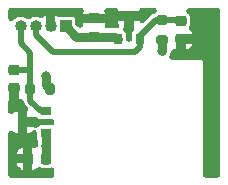
<source format=gbr>
%TF.GenerationSoftware,KiCad,Pcbnew,(6.0.6)*%
%TF.CreationDate,2022-06-25T15:25:50+03:00*%
%TF.ProjectId,EnkooderL,456e6b6f-6f64-4657-924c-2e6b69636164,rev?*%
%TF.SameCoordinates,Original*%
%TF.FileFunction,Copper,L1,Top*%
%TF.FilePolarity,Positive*%
%FSLAX46Y46*%
G04 Gerber Fmt 4.6, Leading zero omitted, Abs format (unit mm)*
G04 Created by KiCad (PCBNEW (6.0.6)) date 2022-06-25 15:25:50*
%MOMM*%
%LPD*%
G01*
G04 APERTURE LIST*
G04 Aperture macros list*
%AMRoundRect*
0 Rectangle with rounded corners*
0 $1 Rounding radius*
0 $2 $3 $4 $5 $6 $7 $8 $9 X,Y pos of 4 corners*
0 Add a 4 corners polygon primitive as box body*
4,1,4,$2,$3,$4,$5,$6,$7,$8,$9,$2,$3,0*
0 Add four circle primitives for the rounded corners*
1,1,$1+$1,$2,$3*
1,1,$1+$1,$4,$5*
1,1,$1+$1,$6,$7*
1,1,$1+$1,$8,$9*
0 Add four rect primitives between the rounded corners*
20,1,$1+$1,$2,$3,$4,$5,0*
20,1,$1+$1,$4,$5,$6,$7,0*
20,1,$1+$1,$6,$7,$8,$9,0*
20,1,$1+$1,$8,$9,$2,$3,0*%
G04 Aperture macros list end*
%TA.AperFunction,SMDPad,CuDef*%
%ADD10RoundRect,0.225000X0.250000X-0.225000X0.250000X0.225000X-0.250000X0.225000X-0.250000X-0.225000X0*%
%TD*%
%TA.AperFunction,SMDPad,CuDef*%
%ADD11RoundRect,0.200000X0.275000X-0.200000X0.275000X0.200000X-0.275000X0.200000X-0.275000X-0.200000X0*%
%TD*%
%TA.AperFunction,SMDPad,CuDef*%
%ADD12R,0.900000X0.800000*%
%TD*%
%TA.AperFunction,SMDPad,CuDef*%
%ADD13RoundRect,0.200000X0.200000X0.275000X-0.200000X0.275000X-0.200000X-0.275000X0.200000X-0.275000X0*%
%TD*%
%TA.AperFunction,SMDPad,CuDef*%
%ADD14RoundRect,0.225000X0.225000X0.250000X-0.225000X0.250000X-0.225000X-0.250000X0.225000X-0.250000X0*%
%TD*%
%TA.AperFunction,SMDPad,CuDef*%
%ADD15R,0.800000X0.900000*%
%TD*%
%TA.AperFunction,SMDPad,CuDef*%
%ADD16RoundRect,0.225000X-0.250000X0.225000X-0.250000X-0.225000X0.250000X-0.225000X0.250000X0.225000X0*%
%TD*%
%TA.AperFunction,ComponentPad*%
%ADD17R,1.000000X1.000000*%
%TD*%
%TA.AperFunction,ComponentPad*%
%ADD18O,1.000000X1.000000*%
%TD*%
%TA.AperFunction,ViaPad*%
%ADD19C,0.800000*%
%TD*%
%TA.AperFunction,Conductor*%
%ADD20C,0.800000*%
%TD*%
%TA.AperFunction,Conductor*%
%ADD21C,0.500000*%
%TD*%
G04 APERTURE END LIST*
D10*
X147040000Y-82765000D03*
X147040000Y-81215000D03*
D11*
X152810000Y-83005000D03*
X152810000Y-81355000D03*
D12*
X143000000Y-90950000D03*
X143000000Y-89050000D03*
X141000000Y-90000000D03*
D13*
X143315000Y-87180000D03*
X141665000Y-87180000D03*
D14*
X142985000Y-93100000D03*
X141435000Y-93100000D03*
D15*
X149050000Y-83000000D03*
X150950000Y-83000000D03*
X150000000Y-81000000D03*
D16*
X140260000Y-85565000D03*
X140260000Y-87115000D03*
X154410000Y-81405000D03*
X154410000Y-82955000D03*
D17*
X144650000Y-81870000D03*
D18*
X143380000Y-81870000D03*
X142110000Y-81870000D03*
X140840000Y-81870000D03*
D19*
X157000000Y-91500000D03*
X157000000Y-88900000D03*
X157000000Y-86300000D03*
X157000000Y-83700000D03*
X157000000Y-81100000D03*
X140500000Y-91740000D03*
X140500000Y-94100000D03*
X140370000Y-88510000D03*
X157000000Y-94100000D03*
X152830000Y-84010000D03*
X149050000Y-83000000D03*
X143000000Y-86090000D03*
X142980000Y-91990000D03*
D20*
X142980000Y-93095000D02*
X142985000Y-93100000D01*
X144650000Y-81870000D02*
X145545000Y-82765000D01*
X152810000Y-83990000D02*
X152830000Y-84010000D01*
X143315000Y-87180000D02*
X143000000Y-86865000D01*
X147040000Y-82765000D02*
X148815000Y-82765000D01*
X143000000Y-86865000D02*
X143000000Y-86090000D01*
X142980000Y-91990000D02*
X142980000Y-93095000D01*
X142980000Y-90970000D02*
X143000000Y-90950000D01*
X148815000Y-82765000D02*
X149050000Y-83000000D01*
X145545000Y-82765000D02*
X147040000Y-82765000D01*
X152810000Y-83005000D02*
X152810000Y-83990000D01*
X142980000Y-91990000D02*
X142980000Y-90970000D01*
D21*
X150950000Y-83660000D02*
X150520000Y-84090000D01*
X152275000Y-81355000D02*
X152810000Y-81355000D01*
X150950000Y-83000000D02*
X150950000Y-82680000D01*
X150520000Y-84090000D02*
X143550000Y-84090000D01*
X150950000Y-83000000D02*
X150950000Y-83660000D01*
X152810000Y-81355000D02*
X154360000Y-81355000D01*
X154360000Y-81355000D02*
X154410000Y-81405000D01*
X150950000Y-82680000D02*
X152275000Y-81355000D01*
X143550000Y-84090000D02*
X142110000Y-82650000D01*
X142110000Y-82650000D02*
X142110000Y-81870000D01*
X141665000Y-84145000D02*
X140840000Y-83320000D01*
X140280000Y-85545000D02*
X140260000Y-85565000D01*
X141665000Y-87180000D02*
X141665000Y-85545000D01*
X141665000Y-85545000D02*
X141665000Y-84145000D01*
X143000000Y-89050000D02*
X142530000Y-89050000D01*
X141665000Y-85545000D02*
X140280000Y-85545000D01*
X141665000Y-88185000D02*
X141665000Y-87180000D01*
X140840000Y-83320000D02*
X140840000Y-81870000D01*
X142530000Y-89050000D02*
X141665000Y-88185000D01*
%TA.AperFunction,Conductor*%
G36*
X157545788Y-80319454D02*
G01*
X157626570Y-80373430D01*
X157680546Y-80454212D01*
X157699500Y-80549500D01*
X157699500Y-94450500D01*
X157680546Y-94545788D01*
X157626570Y-94626570D01*
X157545788Y-94680546D01*
X157450500Y-94699500D01*
X156549500Y-94699500D01*
X156454212Y-94680546D01*
X156373430Y-94626570D01*
X156319454Y-94545788D01*
X156300500Y-94450500D01*
X156300500Y-85042768D01*
X156304246Y-85029832D01*
X156301429Y-84997305D01*
X156301126Y-84990303D01*
X156300500Y-84983523D01*
X156300500Y-84972052D01*
X156298399Y-84960774D01*
X156297345Y-84949354D01*
X156297378Y-84949351D01*
X156297099Y-84947298D01*
X156296572Y-84941210D01*
X156296570Y-84941203D01*
X156294587Y-84918304D01*
X156287969Y-84904764D01*
X156285209Y-84889947D01*
X156269935Y-84865169D01*
X156258200Y-84843866D01*
X156255519Y-84838381D01*
X156245425Y-84817731D01*
X156234377Y-84807482D01*
X156226468Y-84794652D01*
X156208172Y-84780739D01*
X156208168Y-84780735D01*
X156203312Y-84777043D01*
X156184690Y-84761390D01*
X156180209Y-84757233D01*
X156180205Y-84757231D01*
X156163354Y-84741599D01*
X156149355Y-84736014D01*
X156137359Y-84726892D01*
X156115275Y-84720497D01*
X156109416Y-84718800D01*
X156086409Y-84710901D01*
X156075702Y-84706630D01*
X156075703Y-84706630D01*
X156059378Y-84700117D01*
X156053085Y-84699500D01*
X156042768Y-84699500D01*
X156029832Y-84695754D01*
X155997306Y-84698571D01*
X155975821Y-84699500D01*
X153675172Y-84699500D01*
X153579884Y-84680546D01*
X153499102Y-84626570D01*
X153445126Y-84545788D01*
X153426172Y-84450500D01*
X153445126Y-84355212D01*
X153446230Y-84352912D01*
X153448361Y-84349947D01*
X153451999Y-84340898D01*
X153456968Y-84330549D01*
X153459217Y-84326458D01*
X153463757Y-84316540D01*
X153471597Y-84303746D01*
X153486778Y-84256177D01*
X153492960Y-84239004D01*
X153493844Y-84236806D01*
X153511601Y-84192634D01*
X153513716Y-84177771D01*
X153516533Y-84167259D01*
X153518580Y-84156530D01*
X153523145Y-84142225D01*
X153526543Y-84092389D01*
X153528450Y-84074245D01*
X153530761Y-84058011D01*
X153532640Y-84044802D01*
X153564830Y-83953136D01*
X153629650Y-83880766D01*
X153717230Y-83838709D01*
X153814239Y-83833370D01*
X153857546Y-83843547D01*
X153986722Y-83886393D01*
X154007420Y-83888971D01*
X154007678Y-83888517D01*
X154010000Y-83874138D01*
X154010000Y-83869740D01*
X154810000Y-83869740D01*
X154814069Y-83890198D01*
X154814474Y-83890278D01*
X154829054Y-83887910D01*
X154955912Y-83845586D01*
X154981942Y-83833393D01*
X155101100Y-83759656D01*
X155123616Y-83741810D01*
X155222617Y-83642637D01*
X155240429Y-83620083D01*
X155313957Y-83500798D01*
X155326100Y-83474758D01*
X155358101Y-83378277D01*
X155360679Y-83357581D01*
X155360225Y-83357323D01*
X155345840Y-83355000D01*
X154834527Y-83355000D01*
X154814069Y-83359069D01*
X154810000Y-83379527D01*
X154810000Y-83869740D01*
X154010000Y-83869740D01*
X154010000Y-82804000D01*
X154028954Y-82708712D01*
X154082930Y-82627930D01*
X154163712Y-82573954D01*
X154259000Y-82555000D01*
X155341399Y-82555000D01*
X155361857Y-82550931D01*
X155361937Y-82550527D01*
X155359568Y-82535944D01*
X155325585Y-82434084D01*
X155313396Y-82408063D01*
X155239656Y-82288900D01*
X155221810Y-82266384D01*
X155154611Y-82199301D01*
X155100565Y-82118566D01*
X155081528Y-82023295D01*
X155100400Y-81927990D01*
X155112525Y-81903047D01*
X155122128Y-81890395D01*
X155175129Y-81756528D01*
X155185500Y-81670829D01*
X155185499Y-81139172D01*
X155177116Y-81069889D01*
X155177050Y-81069347D01*
X155177050Y-81069346D01*
X155175129Y-81053472D01*
X155151487Y-80993759D01*
X155128377Y-80935387D01*
X155128375Y-80935384D01*
X155122128Y-80919605D01*
X155073721Y-80855832D01*
X155045345Y-80818448D01*
X155035078Y-80804922D01*
X154959865Y-80747832D01*
X154895429Y-80675127D01*
X154863719Y-80583293D01*
X154869565Y-80486314D01*
X154912079Y-80398954D01*
X154984788Y-80334514D01*
X155076622Y-80302804D01*
X155110415Y-80300500D01*
X157450500Y-80300500D01*
X157545788Y-80319454D01*
G37*
%TD.AperFunction*%
%TA.AperFunction,Conductor*%
G36*
X140506288Y-86733954D02*
G01*
X140587070Y-86787930D01*
X140641046Y-86868712D01*
X140660000Y-86964000D01*
X140660000Y-88029740D01*
X140664069Y-88050198D01*
X140664474Y-88050278D01*
X140679054Y-88047910D01*
X140786235Y-88012151D01*
X140882624Y-87999974D01*
X140976335Y-88025610D01*
X141053103Y-88085156D01*
X141101240Y-88169548D01*
X141112412Y-88222447D01*
X141111790Y-88237294D01*
X141115666Y-88253819D01*
X141120402Y-88274009D01*
X141124677Y-88297078D01*
X141129794Y-88334432D01*
X141136537Y-88350013D01*
X141139031Y-88358947D01*
X141142356Y-88367608D01*
X141146232Y-88384136D01*
X141154409Y-88399009D01*
X141154410Y-88399013D01*
X141164403Y-88417190D01*
X141174721Y-88438253D01*
X141189695Y-88472855D01*
X141200380Y-88486050D01*
X141206172Y-88495615D01*
X141212605Y-88504871D01*
X141218893Y-88516308D01*
X141225897Y-88524422D01*
X141245884Y-88544409D01*
X141263323Y-88563778D01*
X141284614Y-88590070D01*
X141298454Y-88599906D01*
X141308359Y-88609207D01*
X141323352Y-88621877D01*
X141429574Y-88728099D01*
X141483550Y-88808881D01*
X141502504Y-88904169D01*
X141483550Y-88999457D01*
X141429574Y-89080239D01*
X141406070Y-89099528D01*
X141404508Y-89101866D01*
X141400000Y-89124527D01*
X141400000Y-89575473D01*
X141404069Y-89595931D01*
X141424527Y-89600000D01*
X141925473Y-89600000D01*
X141948136Y-89595492D01*
X141974068Y-89578165D01*
X142063828Y-89540986D01*
X142160983Y-89540987D01*
X142250742Y-89578167D01*
X142297197Y-89624018D01*
X142298061Y-89623153D01*
X142377287Y-89702241D01*
X142479673Y-89747506D01*
X142505354Y-89750500D01*
X142930372Y-89750500D01*
X142970009Y-89758384D01*
X143018156Y-89750500D01*
X143450500Y-89750500D01*
X143545788Y-89769454D01*
X143626570Y-89823430D01*
X143680546Y-89904212D01*
X143699500Y-89999500D01*
X143699500Y-90000500D01*
X143680546Y-90095788D01*
X143626570Y-90176570D01*
X143545788Y-90230546D01*
X143450500Y-90249500D01*
X143032823Y-90249500D01*
X143015887Y-90248923D01*
X143001218Y-90247923D01*
X142975372Y-90240925D01*
X142962797Y-90243770D01*
X142963068Y-90245322D01*
X142960375Y-90245792D01*
X142949824Y-90246706D01*
X142943402Y-90248159D01*
X142933288Y-90248689D01*
X142933259Y-90248141D01*
X142917565Y-90249500D01*
X142505354Y-90249500D01*
X142498039Y-90250371D01*
X142498031Y-90250371D01*
X142497704Y-90250410D01*
X142497701Y-90250411D01*
X142479154Y-90252618D01*
X142376847Y-90298061D01*
X142297759Y-90377287D01*
X142296628Y-90376158D01*
X142248335Y-90423366D01*
X142158159Y-90459522D01*
X142061010Y-90458417D01*
X141974026Y-90421807D01*
X141948136Y-90404508D01*
X141925473Y-90400000D01*
X141424527Y-90400000D01*
X141404069Y-90404069D01*
X141400000Y-90424527D01*
X141400000Y-90875473D01*
X141404069Y-90895931D01*
X141424527Y-90900000D01*
X141490593Y-90900000D01*
X141504028Y-90899273D01*
X141542955Y-90895044D01*
X141573089Y-90887878D01*
X141675973Y-90849309D01*
X141706774Y-90832446D01*
X141792992Y-90767829D01*
X141824430Y-90736391D01*
X141905212Y-90682415D01*
X142000500Y-90663461D01*
X142095788Y-90682415D01*
X142176570Y-90736391D01*
X142230546Y-90817173D01*
X142249500Y-90912461D01*
X142249500Y-91394646D01*
X142252618Y-91420846D01*
X142260201Y-91437917D01*
X142265153Y-91455935D01*
X142263028Y-91456519D01*
X142279500Y-91534179D01*
X142279500Y-91927505D01*
X142277370Y-91960005D01*
X142274951Y-91978380D01*
X142243722Y-92070379D01*
X142179664Y-92143424D01*
X142092528Y-92186395D01*
X141995581Y-92192750D01*
X141949691Y-92182219D01*
X141858279Y-92151899D01*
X141837581Y-92149321D01*
X141837323Y-92149775D01*
X141835000Y-92164160D01*
X141835000Y-94031399D01*
X141839069Y-94051857D01*
X141839473Y-94051937D01*
X141854056Y-94049568D01*
X141955916Y-94015585D01*
X141981937Y-94003396D01*
X142101100Y-93929656D01*
X142123616Y-93911810D01*
X142190699Y-93844611D01*
X142271434Y-93790565D01*
X142366705Y-93771528D01*
X142462010Y-93790400D01*
X142486953Y-93802525D01*
X142499605Y-93812128D01*
X142567078Y-93838842D01*
X142618603Y-93859242D01*
X142633472Y-93865129D01*
X142719171Y-93875500D01*
X142984875Y-93875500D01*
X143250828Y-93875499D01*
X143307092Y-93868691D01*
X143320653Y-93867050D01*
X143320654Y-93867050D01*
X143336528Y-93865129D01*
X143358838Y-93856296D01*
X143454413Y-93838842D01*
X143549391Y-93859291D01*
X143629314Y-93914530D01*
X143682015Y-93996149D01*
X143699500Y-94087811D01*
X143699500Y-94450500D01*
X143680546Y-94545788D01*
X143626570Y-94626570D01*
X143545788Y-94680546D01*
X143450500Y-94699500D01*
X140049500Y-94699500D01*
X139954212Y-94680546D01*
X139873430Y-94626570D01*
X139819454Y-94545788D01*
X139800500Y-94450500D01*
X139800500Y-93504474D01*
X140499722Y-93504474D01*
X140502090Y-93519054D01*
X140544414Y-93645912D01*
X140556607Y-93671942D01*
X140630344Y-93791100D01*
X140648190Y-93813616D01*
X140747363Y-93912617D01*
X140769917Y-93930429D01*
X140889202Y-94003957D01*
X140915242Y-94016100D01*
X141011723Y-94048101D01*
X141032419Y-94050679D01*
X141032677Y-94050225D01*
X141035000Y-94035840D01*
X141035000Y-93524527D01*
X141030931Y-93504069D01*
X141010473Y-93500000D01*
X140520260Y-93500000D01*
X140499802Y-93504069D01*
X140499722Y-93504474D01*
X139800500Y-93504474D01*
X139800500Y-92697420D01*
X140501029Y-92697420D01*
X140501483Y-92697678D01*
X140515862Y-92700000D01*
X141010473Y-92700000D01*
X141030931Y-92695931D01*
X141035000Y-92675473D01*
X141035000Y-92168601D01*
X141030931Y-92148143D01*
X141030527Y-92148063D01*
X141015944Y-92150432D01*
X140914084Y-92184415D01*
X140888063Y-92196604D01*
X140768900Y-92270344D01*
X140746384Y-92288190D01*
X140647383Y-92387363D01*
X140629571Y-92409917D01*
X140556046Y-92529198D01*
X140543898Y-92555249D01*
X140503607Y-92676722D01*
X140501029Y-92697420D01*
X139800500Y-92697420D01*
X139800500Y-90960953D01*
X139819454Y-90865665D01*
X139873430Y-90784883D01*
X139954212Y-90730907D01*
X140049500Y-90711953D01*
X140144788Y-90730907D01*
X140198831Y-90761701D01*
X140293226Y-90832446D01*
X140324027Y-90849309D01*
X140426911Y-90887878D01*
X140457045Y-90895044D01*
X140495972Y-90899273D01*
X140509407Y-90900000D01*
X140575473Y-90900000D01*
X140595931Y-90895931D01*
X140600000Y-90875473D01*
X140600000Y-89124527D01*
X140595931Y-89104069D01*
X140575473Y-89100000D01*
X140509407Y-89100000D01*
X140495972Y-89100727D01*
X140457045Y-89104956D01*
X140426911Y-89112122D01*
X140324027Y-89150691D01*
X140293226Y-89167554D01*
X140198831Y-89238299D01*
X140111213Y-89280278D01*
X140014200Y-89285532D01*
X139922562Y-89253261D01*
X139850248Y-89188378D01*
X139808269Y-89100760D01*
X139800500Y-89039047D01*
X139800500Y-88214956D01*
X139819454Y-88119668D01*
X139832995Y-88091966D01*
X139857678Y-88048516D01*
X139860000Y-88034137D01*
X139860000Y-86964000D01*
X139878954Y-86868712D01*
X139932930Y-86787930D01*
X140013712Y-86733954D01*
X140109000Y-86715000D01*
X140411000Y-86715000D01*
X140506288Y-86733954D01*
G37*
%TD.AperFunction*%
%TA.AperFunction,Conductor*%
G36*
X146012613Y-80319454D02*
G01*
X146093395Y-80373430D01*
X146147371Y-80454212D01*
X146166325Y-80549500D01*
X146147371Y-80644788D01*
X146141699Y-80655881D01*
X146142156Y-80656094D01*
X146123900Y-80695242D01*
X146091899Y-80791723D01*
X146089321Y-80812419D01*
X146089775Y-80812677D01*
X146104160Y-80815000D01*
X147971399Y-80815000D01*
X147991857Y-80810931D01*
X147991937Y-80810527D01*
X147989568Y-80795944D01*
X147955586Y-80694088D01*
X147937335Y-80655125D01*
X147914078Y-80560795D01*
X147928691Y-80464745D01*
X147978947Y-80381598D01*
X148057197Y-80324013D01*
X148151527Y-80300756D01*
X148162822Y-80300500D01*
X148851000Y-80300500D01*
X148946288Y-80319454D01*
X149027070Y-80373430D01*
X149081046Y-80454212D01*
X149100000Y-80549500D01*
X149100000Y-80575473D01*
X149104069Y-80595931D01*
X149124527Y-80600000D01*
X150875473Y-80600000D01*
X150895931Y-80595931D01*
X150900000Y-80575473D01*
X150900000Y-80549500D01*
X150918954Y-80454212D01*
X150972930Y-80373430D01*
X151053712Y-80319454D01*
X151149000Y-80300500D01*
X152093106Y-80300500D01*
X152188394Y-80319454D01*
X152269176Y-80373430D01*
X152323152Y-80454212D01*
X152342106Y-80549500D01*
X152323152Y-80644788D01*
X152269176Y-80725570D01*
X152242439Y-80748750D01*
X152193045Y-80785769D01*
X152125282Y-80819150D01*
X152125562Y-80819797D01*
X152121836Y-80821409D01*
X152118365Y-80822557D01*
X152112448Y-80825472D01*
X152109984Y-80826538D01*
X152101050Y-80829032D01*
X152092391Y-80832356D01*
X152075864Y-80836232D01*
X152060991Y-80844409D01*
X152060987Y-80844410D01*
X152042810Y-80854403D01*
X152021747Y-80864721D01*
X152008327Y-80870529D01*
X151987145Y-80879695D01*
X151973950Y-80890380D01*
X151964385Y-80896172D01*
X151955129Y-80902605D01*
X151943692Y-80908893D01*
X151935578Y-80915897D01*
X151915591Y-80935884D01*
X151896222Y-80953323D01*
X151869930Y-80974614D01*
X151860094Y-80988454D01*
X151850793Y-80998359D01*
X151838123Y-81013352D01*
X151316830Y-81534645D01*
X151236048Y-81588621D01*
X151140760Y-81607575D01*
X151045472Y-81588621D01*
X150964690Y-81534645D01*
X150910714Y-81453863D01*
X150896544Y-81407152D01*
X150895931Y-81404069D01*
X150875473Y-81400000D01*
X150424527Y-81400000D01*
X150404069Y-81404069D01*
X150400000Y-81424527D01*
X150400000Y-81925473D01*
X150404508Y-81948136D01*
X150421835Y-81974068D01*
X150459014Y-82063828D01*
X150459013Y-82160983D01*
X150421833Y-82250742D01*
X150375982Y-82297197D01*
X150376847Y-82298061D01*
X150297759Y-82377287D01*
X150252494Y-82479673D01*
X150249500Y-82505354D01*
X150249500Y-82930372D01*
X150230546Y-83025660D01*
X150176570Y-83106442D01*
X150095788Y-83160418D01*
X150000500Y-83179372D01*
X149905212Y-83160418D01*
X149824430Y-83106442D01*
X149770454Y-83025660D01*
X149756230Y-82962797D01*
X149754678Y-82963068D01*
X149754208Y-82960375D01*
X149753294Y-82949824D01*
X149751841Y-82943402D01*
X149751311Y-82933288D01*
X149751859Y-82933259D01*
X149750500Y-82917565D01*
X149750500Y-82505354D01*
X149747382Y-82479154D01*
X149701939Y-82376847D01*
X149622713Y-82297759D01*
X149623842Y-82296628D01*
X149576634Y-82248335D01*
X149540478Y-82158159D01*
X149541583Y-82061010D01*
X149578193Y-81974026D01*
X149595492Y-81948136D01*
X149600000Y-81925473D01*
X149600000Y-81424527D01*
X149595931Y-81404069D01*
X149575473Y-81400000D01*
X149124527Y-81400000D01*
X149104069Y-81404069D01*
X149100000Y-81424527D01*
X149100000Y-81490593D01*
X149100727Y-81504028D01*
X149104956Y-81542955D01*
X149112122Y-81573089D01*
X149150690Y-81675969D01*
X149166219Y-81704334D01*
X149195353Y-81797018D01*
X149186802Y-81893796D01*
X149141866Y-81979934D01*
X149067387Y-82042320D01*
X148974703Y-82071454D01*
X148902434Y-82068741D01*
X148859308Y-82060748D01*
X148844319Y-82061612D01*
X148844316Y-82061612D01*
X148801394Y-82064087D01*
X148787062Y-82064500D01*
X148191659Y-82064500D01*
X148096371Y-82045546D01*
X148015589Y-81991570D01*
X147961613Y-81910788D01*
X147942659Y-81815500D01*
X147955320Y-81737109D01*
X147988101Y-81638277D01*
X147990679Y-81617581D01*
X147990225Y-81617323D01*
X147975840Y-81615000D01*
X146108601Y-81615000D01*
X146088143Y-81619069D01*
X146088063Y-81619473D01*
X146090432Y-81634056D01*
X146099732Y-81661933D01*
X146111909Y-81758322D01*
X146086273Y-81852034D01*
X146026726Y-81928801D01*
X145942334Y-81976937D01*
X145845945Y-81989114D01*
X145752233Y-81963478D01*
X145687461Y-81916805D01*
X145640657Y-81870000D01*
X145523430Y-81752773D01*
X145469454Y-81671991D01*
X145450500Y-81576704D01*
X145450500Y-81325354D01*
X145447382Y-81299154D01*
X145401939Y-81196847D01*
X145322713Y-81117759D01*
X145246511Y-81084070D01*
X145237448Y-81080063D01*
X145237447Y-81080063D01*
X145220327Y-81072494D01*
X145194646Y-81069500D01*
X144105354Y-81069500D01*
X144098037Y-81070371D01*
X144098033Y-81070371D01*
X144097682Y-81070413D01*
X144097540Y-81070430D01*
X144097326Y-81070413D01*
X144090670Y-81070808D01*
X144090616Y-81069889D01*
X144000680Y-81062867D01*
X143942468Y-81035899D01*
X143941899Y-81036951D01*
X143801573Y-80961077D01*
X143783161Y-80955395D01*
X143780000Y-80965637D01*
X143780000Y-82021000D01*
X143761046Y-82116288D01*
X143707070Y-82197070D01*
X143626288Y-82251046D01*
X143531000Y-82270000D01*
X143229000Y-82270000D01*
X143133712Y-82251046D01*
X143052930Y-82197070D01*
X142998954Y-82116288D01*
X142980000Y-82021000D01*
X142980000Y-80975185D01*
X142976240Y-80956285D01*
X142964936Y-80958533D01*
X142840582Y-81023544D01*
X142820293Y-81036821D01*
X142722762Y-81115237D01*
X142636624Y-81160174D01*
X142539846Y-81168726D01*
X142464934Y-81147104D01*
X142463136Y-81145963D01*
X142293951Y-81085719D01*
X142280128Y-81084071D01*
X142280125Y-81084070D01*
X142190098Y-81073335D01*
X142115624Y-81064455D01*
X142101780Y-81065910D01*
X142101777Y-81065910D01*
X142013035Y-81075237D01*
X141937017Y-81083227D01*
X141923840Y-81087713D01*
X141923839Y-81087713D01*
X141780184Y-81136617D01*
X141780183Y-81136618D01*
X141767007Y-81141103D01*
X141614045Y-81235206D01*
X141613123Y-81233708D01*
X141541471Y-81269825D01*
X141444583Y-81277026D01*
X141352315Y-81246603D01*
X141341504Y-81240120D01*
X141204886Y-81153420D01*
X141193136Y-81145963D01*
X141180024Y-81141294D01*
X141180022Y-81141293D01*
X141106847Y-81115237D01*
X141023951Y-81085719D01*
X141010128Y-81084071D01*
X141010125Y-81084070D01*
X140920098Y-81073335D01*
X140845624Y-81064455D01*
X140831780Y-81065910D01*
X140831777Y-81065910D01*
X140743035Y-81075237D01*
X140667017Y-81083227D01*
X140653840Y-81087713D01*
X140653839Y-81087713D01*
X140510184Y-81136617D01*
X140510183Y-81136618D01*
X140497007Y-81141103D01*
X140485150Y-81148397D01*
X140485151Y-81148397D01*
X140355897Y-81227914D01*
X140355893Y-81227917D01*
X140344045Y-81235206D01*
X140278214Y-81299673D01*
X140223716Y-81353041D01*
X140142374Y-81406168D01*
X140046893Y-81424123D01*
X139951808Y-81404173D01*
X139871596Y-81349353D01*
X139818469Y-81268011D01*
X139800500Y-81175137D01*
X139800500Y-80549500D01*
X139819454Y-80454212D01*
X139873430Y-80373430D01*
X139954212Y-80319454D01*
X140049500Y-80300500D01*
X145917325Y-80300500D01*
X146012613Y-80319454D01*
G37*
%TD.AperFunction*%
M02*

</source>
